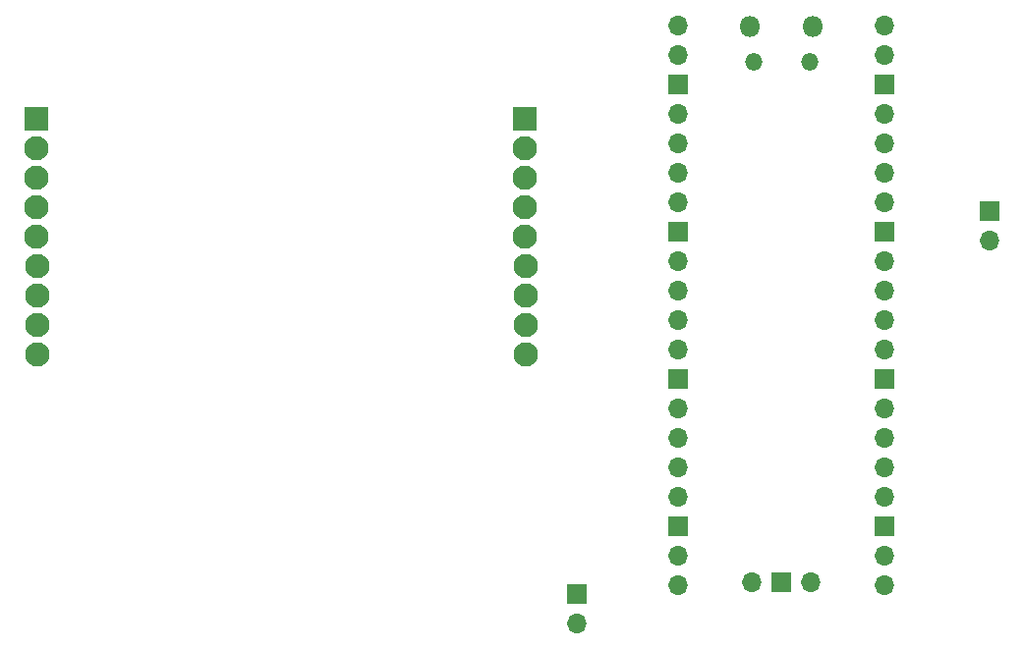
<source format=gbr>
%TF.GenerationSoftware,KiCad,Pcbnew,(6.0.9)*%
%TF.CreationDate,2023-11-09T09:29:14+01:00*%
%TF.ProjectId,LO_mother,4c4f5f6d-6f74-4686-9572-2e6b69636164,rev?*%
%TF.SameCoordinates,Original*%
%TF.FileFunction,Soldermask,Bot*%
%TF.FilePolarity,Negative*%
%FSLAX46Y46*%
G04 Gerber Fmt 4.6, Leading zero omitted, Abs format (unit mm)*
G04 Created by KiCad (PCBNEW (6.0.9)) date 2023-11-09 09:29:14*
%MOMM*%
%LPD*%
G01*
G04 APERTURE LIST*
%ADD10R,2.100000X2.100000*%
%ADD11C,2.100000*%
%ADD12O,1.800000X1.800000*%
%ADD13O,1.500000X1.500000*%
%ADD14O,1.700000X1.700000*%
%ADD15R,1.700000X1.700000*%
G04 APERTURE END LIST*
D10*
%TO.C,J2*%
X155055000Y-76340000D03*
D11*
X155055000Y-78880000D03*
X155055000Y-81420000D03*
X155055000Y-83960000D03*
X155055000Y-86500000D03*
X155080000Y-89040000D03*
X155080000Y-91580000D03*
X155080000Y-94120000D03*
X155080000Y-96665000D03*
%TD*%
D10*
%TO.C,J3*%
X112975000Y-76340000D03*
D11*
X112975000Y-78880000D03*
X112975000Y-81420000D03*
X112975000Y-83960000D03*
X112975000Y-86500000D03*
X113000000Y-89040000D03*
X113000000Y-91580000D03*
X113000000Y-94120000D03*
X113000000Y-96665000D03*
%TD*%
D12*
%TO.C,U4*%
X179885000Y-68405000D03*
D13*
X174735000Y-71435000D03*
D12*
X174435000Y-68405000D03*
D13*
X179585000Y-71435000D03*
D14*
X168270000Y-68275000D03*
X168270000Y-70815000D03*
D15*
X168270000Y-73355000D03*
D14*
X168270000Y-75895000D03*
X168270000Y-78435000D03*
X168270000Y-80975000D03*
X168270000Y-83515000D03*
D15*
X168270000Y-86055000D03*
D14*
X168270000Y-88595000D03*
X168270000Y-91135000D03*
X168270000Y-93675000D03*
X168270000Y-96215000D03*
D15*
X168270000Y-98755000D03*
D14*
X168270000Y-101295000D03*
X168270000Y-103835000D03*
X168270000Y-106375000D03*
X168270000Y-108915000D03*
D15*
X168270000Y-111455000D03*
D14*
X168270000Y-113995000D03*
X168270000Y-116535000D03*
X186050000Y-116535000D03*
X186050000Y-113995000D03*
D15*
X186050000Y-111455000D03*
D14*
X186050000Y-108915000D03*
X186050000Y-106375000D03*
X186050000Y-103835000D03*
X186050000Y-101295000D03*
D15*
X186050000Y-98755000D03*
D14*
X186050000Y-96215000D03*
X186050000Y-93675000D03*
X186050000Y-91135000D03*
X186050000Y-88595000D03*
D15*
X186050000Y-86055000D03*
D14*
X186050000Y-83515000D03*
X186050000Y-80975000D03*
X186050000Y-78435000D03*
X186050000Y-75895000D03*
D15*
X186050000Y-73355000D03*
D14*
X186050000Y-70815000D03*
X186050000Y-68275000D03*
X174620000Y-116305000D03*
D15*
X177160000Y-116305000D03*
D14*
X179700000Y-116305000D03*
%TD*%
D15*
%TO.C,U5*%
X195072000Y-84328000D03*
D14*
X195072000Y-86868000D03*
%TD*%
D15*
%TO.C,J1*%
X159512000Y-117348000D03*
D14*
X159512000Y-119888000D03*
%TD*%
M02*

</source>
